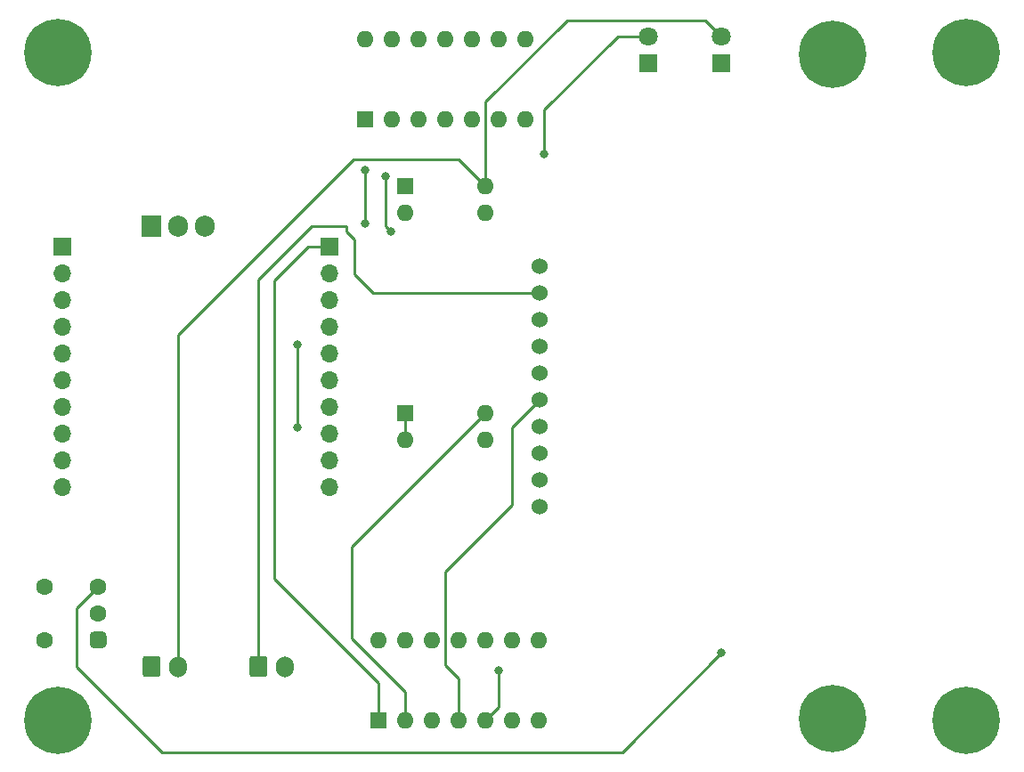
<source format=gbr>
%TF.GenerationSoftware,KiCad,Pcbnew,(5.1.9)-1*%
%TF.CreationDate,2022-07-08T17:52:16+09:00*%
%TF.ProjectId,Receiver,52656365-6976-4657-922e-6b696361645f,rev?*%
%TF.SameCoordinates,Original*%
%TF.FileFunction,Copper,L1,Top*%
%TF.FilePolarity,Positive*%
%FSLAX46Y46*%
G04 Gerber Fmt 4.6, Leading zero omitted, Abs format (unit mm)*
G04 Created by KiCad (PCBNEW (5.1.9)-1) date 2022-07-08 17:52:16*
%MOMM*%
%LPD*%
G01*
G04 APERTURE LIST*
%TA.AperFunction,ComponentPad*%
%ADD10C,6.400000*%
%TD*%
%TA.AperFunction,ComponentPad*%
%ADD11C,0.800000*%
%TD*%
%TA.AperFunction,ComponentPad*%
%ADD12R,1.700000X1.700000*%
%TD*%
%TA.AperFunction,ComponentPad*%
%ADD13O,1.700000X1.700000*%
%TD*%
%TA.AperFunction,ComponentPad*%
%ADD14O,1.700000X2.000000*%
%TD*%
%TA.AperFunction,ComponentPad*%
%ADD15R,1.600000X1.600000*%
%TD*%
%TA.AperFunction,ComponentPad*%
%ADD16O,1.600000X1.600000*%
%TD*%
%TA.AperFunction,ComponentPad*%
%ADD17R,1.800000X1.800000*%
%TD*%
%TA.AperFunction,ComponentPad*%
%ADD18C,1.800000*%
%TD*%
%TA.AperFunction,ComponentPad*%
%ADD19C,1.524000*%
%TD*%
%TA.AperFunction,ComponentPad*%
%ADD20R,1.905000X2.000000*%
%TD*%
%TA.AperFunction,ComponentPad*%
%ADD21O,1.905000X2.000000*%
%TD*%
%TA.AperFunction,ComponentPad*%
%ADD22C,1.600000*%
%TD*%
%TA.AperFunction,ViaPad*%
%ADD23C,0.800000*%
%TD*%
%TA.AperFunction,Conductor*%
%ADD24C,0.250000*%
%TD*%
G04 APERTURE END LIST*
D10*
%TO.P,REF\u002A\u002A,1*%
%TO.N,N/C*%
X177749200Y-148437600D03*
D11*
X180149200Y-148437600D03*
X179446256Y-150134656D03*
X177749200Y-150837600D03*
X176052144Y-150134656D03*
X175349200Y-148437600D03*
X176052144Y-146740544D03*
X177749200Y-146037600D03*
X179446256Y-146740544D03*
%TD*%
%TO.P,REF\u002A\u002A,1*%
%TO.N,N/C*%
X179497056Y-83596144D03*
X177800000Y-82893200D03*
X176102944Y-83596144D03*
X175400000Y-85293200D03*
X176102944Y-86990256D03*
X177800000Y-87693200D03*
X179497056Y-86990256D03*
X180200000Y-85293200D03*
D10*
X177800000Y-85293200D03*
%TD*%
D12*
%TO.P,J3,1*%
%TO.N,N/C*%
X104540000Y-103580000D03*
D13*
%TO.P,J3,2*%
X104540000Y-106120000D03*
%TO.P,J3,3*%
X104540000Y-108660000D03*
%TO.P,J3,4*%
X104540000Y-111200000D03*
%TO.P,J3,5*%
X104540000Y-113740000D03*
%TO.P,J3,6*%
X104540000Y-116280000D03*
%TO.P,J3,7*%
X104540000Y-118820000D03*
%TO.P,J3,8*%
X104540000Y-121360000D03*
%TO.P,J3,9*%
%TO.N,+3V3*%
X104540000Y-123900000D03*
%TO.P,J3,10*%
%TO.N,N/C*%
X104540000Y-126440000D03*
%TD*%
%TO.P,J4,10*%
%TO.N,N/C*%
X129940000Y-126440000D03*
%TO.P,J4,9*%
%TO.N,GND*%
X129940000Y-123900000D03*
%TO.P,J4,8*%
%TO.N,N/C*%
X129940000Y-121360000D03*
%TO.P,J4,7*%
X129940000Y-118820000D03*
%TO.P,J4,6*%
X129940000Y-116280000D03*
%TO.P,J4,5*%
X129940000Y-113740000D03*
%TO.P,J4,4*%
X129940000Y-111200000D03*
%TO.P,J4,3*%
X129940000Y-108660000D03*
%TO.P,J4,2*%
X129940000Y-106120000D03*
D12*
%TO.P,J4,1*%
%TO.N,OUT1*%
X129940000Y-103580000D03*
%TD*%
%TO.P,J5,1*%
%TO.N,+5V*%
%TA.AperFunction,ComponentPad*%
G36*
G01*
X122340000Y-144260000D02*
X122340000Y-142760000D01*
G75*
G02*
X122590000Y-142510000I250000J0D01*
G01*
X123790000Y-142510000D01*
G75*
G02*
X124040000Y-142760000I0J-250000D01*
G01*
X124040000Y-144260000D01*
G75*
G02*
X123790000Y-144510000I-250000J0D01*
G01*
X122590000Y-144510000D01*
G75*
G02*
X122340000Y-144260000I0J250000D01*
G01*
G37*
%TD.AperFunction*%
D14*
%TO.P,J5,2*%
%TO.N,GND*%
X125690000Y-143510000D03*
%TD*%
%TO.P,J6,1*%
%TO.N,Net-(J6-Pad1)*%
%TA.AperFunction,ComponentPad*%
G36*
G01*
X112180000Y-144260000D02*
X112180000Y-142760000D01*
G75*
G02*
X112430000Y-142510000I250000J0D01*
G01*
X113630000Y-142510000D01*
G75*
G02*
X113880000Y-142760000I0J-250000D01*
G01*
X113880000Y-144260000D01*
G75*
G02*
X113630000Y-144510000I-250000J0D01*
G01*
X112430000Y-144510000D01*
G75*
G02*
X112180000Y-144260000I0J250000D01*
G01*
G37*
%TD.AperFunction*%
%TO.P,J6,2*%
%TO.N,Net-(D2-Pad2)*%
X115530000Y-143510000D03*
%TD*%
D15*
%TO.P,U1,1*%
%TO.N,OUT*%
X137160000Y-97790000D03*
D16*
%TO.P,U1,3*%
%TO.N,Net-(D1-Pad2)*%
X144780000Y-100330000D03*
%TO.P,U1,2*%
%TO.N,GND*%
X137160000Y-100330000D03*
%TO.P,U1,4*%
%TO.N,Net-(D2-Pad2)*%
X144780000Y-97790000D03*
%TD*%
D17*
%TO.P,D1,1*%
%TO.N,Net-(D1-Pad1)*%
X160220000Y-86120000D03*
D18*
%TO.P,D1,2*%
%TO.N,Net-(D1-Pad2)*%
X160220000Y-83580000D03*
%TD*%
%TO.P,D2,2*%
%TO.N,Net-(D2-Pad2)*%
X167220000Y-83580000D03*
D17*
%TO.P,D2,1*%
%TO.N,Net-(D2-Pad1)*%
X167220000Y-86120000D03*
%TD*%
D10*
%TO.P,H1,1*%
%TO.N,N/C*%
X104140000Y-85090000D03*
D11*
X106540000Y-85090000D03*
X105837056Y-86787056D03*
X104140000Y-87490000D03*
X102442944Y-86787056D03*
X101740000Y-85090000D03*
X102442944Y-83392944D03*
X104140000Y-82690000D03*
X105837056Y-83392944D03*
%TD*%
%TO.P,H2,1*%
%TO.N,N/C*%
X105837056Y-146892944D03*
X104140000Y-146190000D03*
X102442944Y-146892944D03*
X101740000Y-148590000D03*
X102442944Y-150287056D03*
X104140000Y-150990000D03*
X105837056Y-150287056D03*
X106540000Y-148590000D03*
D10*
X104140000Y-148590000D03*
%TD*%
%TO.P,H3,1*%
%TO.N,N/C*%
X190500000Y-148590000D03*
D11*
X192900000Y-148590000D03*
X192197056Y-150287056D03*
X190500000Y-150990000D03*
X188802944Y-150287056D03*
X188100000Y-148590000D03*
X188802944Y-146892944D03*
X190500000Y-146190000D03*
X192197056Y-146892944D03*
%TD*%
%TO.P,H4,1*%
%TO.N,N/C*%
X192197056Y-83392944D03*
X190500000Y-82690000D03*
X188802944Y-83392944D03*
X188100000Y-85090000D03*
X188802944Y-86787056D03*
X190500000Y-87490000D03*
X192197056Y-86787056D03*
X192900000Y-85090000D03*
D10*
X190500000Y-85090000D03*
%TD*%
D15*
%TO.P,SW2,1*%
%TO.N,+3V3*%
X137160000Y-119380000D03*
D16*
%TO.P,SW2,3*%
%TO.N,OUT4*%
X144780000Y-121920000D03*
%TO.P,SW2,2*%
%TO.N,+3V3*%
X137160000Y-121920000D03*
%TO.P,SW2,4*%
%TO.N,OUT3*%
X144780000Y-119380000D03*
%TD*%
D19*
%TO.P,U2,4*%
%TO.N,N/C*%
X149936200Y-113055400D03*
%TO.P,U2,5*%
X149936200Y-115595400D03*
%TO.P,U2,6*%
%TO.N,OUT2*%
X149936200Y-118135400D03*
%TO.P,U2,7*%
%TO.N,N/C*%
X149936200Y-120675400D03*
%TO.P,U2,8*%
X149936200Y-123215400D03*
%TO.P,U2,9*%
X149936200Y-125755400D03*
%TO.P,U2,10*%
X149936200Y-128295400D03*
%TO.P,U2,3*%
X149936200Y-110515400D03*
%TO.P,U2,2*%
%TO.N,+5V*%
X149936200Y-107975400D03*
%TO.P,U2,1*%
%TO.N,GND*%
X149936200Y-105435400D03*
%TD*%
D20*
%TO.P,U3,1*%
%TO.N,+5V*%
X113030000Y-101600000D03*
D21*
%TO.P,U3,2*%
%TO.N,+3V3*%
X115570000Y-101600000D03*
%TO.P,U3,3*%
%TO.N,GND*%
X118110000Y-101600000D03*
%TD*%
D15*
%TO.P,U4,1*%
%TO.N,OUT1*%
X134620000Y-148590000D03*
D16*
%TO.P,U4,8*%
%TO.N,N/C*%
X149860000Y-140970000D03*
%TO.P,U4,2*%
%TO.N,OUT3*%
X137160000Y-148590000D03*
%TO.P,U4,9*%
%TO.N,N/C*%
X147320000Y-140970000D03*
%TO.P,U4,3*%
%TO.N,OUT5*%
X139700000Y-148590000D03*
%TO.P,U4,10*%
%TO.N,N/C*%
X144780000Y-140970000D03*
%TO.P,U4,4*%
%TO.N,OUT2*%
X142240000Y-148590000D03*
%TO.P,U4,11*%
%TO.N,N/C*%
X142240000Y-140970000D03*
%TO.P,U4,5*%
%TO.N,OUT4*%
X144780000Y-148590000D03*
%TO.P,U4,12*%
%TO.N,N/C*%
X139700000Y-140970000D03*
%TO.P,U4,6*%
%TO.N,OUT6*%
X147320000Y-148590000D03*
%TO.P,U4,13*%
%TO.N,N/C*%
X137160000Y-140970000D03*
%TO.P,U4,7*%
X149860000Y-148590000D03*
%TO.P,U4,14*%
%TO.N,+5V*%
X134620000Y-140970000D03*
%TD*%
%TO.P,U5,14*%
%TO.N,+5V*%
X133350000Y-83820000D03*
%TO.P,U5,7*%
%TO.N,N/C*%
X148590000Y-91440000D03*
%TO.P,U5,13*%
X135890000Y-83820000D03*
%TO.P,U5,6*%
X146050000Y-91440000D03*
%TO.P,U5,12*%
X138430000Y-83820000D03*
%TO.P,U5,5*%
X143510000Y-91440000D03*
%TO.P,U5,11*%
X140970000Y-83820000D03*
%TO.P,U5,4*%
X140970000Y-91440000D03*
%TO.P,U5,10*%
X143510000Y-83820000D03*
%TO.P,U5,3*%
%TO.N,OUT*%
X138430000Y-91440000D03*
%TO.P,U5,9*%
%TO.N,N/C*%
X146050000Y-83820000D03*
%TO.P,U5,2*%
%TO.N,OUT6*%
X135890000Y-91440000D03*
%TO.P,U5,8*%
%TO.N,N/C*%
X148590000Y-83820000D03*
D15*
%TO.P,U5,1*%
%TO.N,OUT5*%
X133350000Y-91440000D03*
%TD*%
D22*
%TO.P,SW1,*%
%TO.N,*%
X102870000Y-135890000D03*
X102870000Y-140970000D03*
%TO.P,SW1,1*%
%TO.N,Net-(D1-Pad1)*%
%TA.AperFunction,ComponentPad*%
G36*
G01*
X107150000Y-141370000D02*
X107150000Y-140570000D01*
G75*
G02*
X107550000Y-140170000I400000J0D01*
G01*
X108350000Y-140170000D01*
G75*
G02*
X108750000Y-140570000I0J-400000D01*
G01*
X108750000Y-141370000D01*
G75*
G02*
X108350000Y-141770000I-400000J0D01*
G01*
X107550000Y-141770000D01*
G75*
G02*
X107150000Y-141370000I0J400000D01*
G01*
G37*
%TD.AperFunction*%
%TO.P,SW1,2*%
%TO.N,Net-(J6-Pad1)*%
X107950000Y-138430000D03*
%TO.P,SW1,3*%
%TO.N,Net-(D2-Pad1)*%
X107950000Y-135890000D03*
%TD*%
D23*
%TO.N,Net-(D1-Pad2)*%
X150368000Y-94742000D03*
%TO.N,Net-(D2-Pad1)*%
X167220000Y-142201000D03*
%TO.N,GND*%
X126873000Y-112903000D03*
X126873000Y-120777000D03*
%TO.N,OUT4*%
X146050000Y-143891000D03*
%TO.N,OUT5*%
X133350000Y-96266000D03*
X133350000Y-101346000D03*
%TO.N,OUT6*%
X135255000Y-96901000D03*
X135763000Y-102108000D03*
%TD*%
D24*
%TO.N,Net-(D1-Pad2)*%
X150368000Y-94742000D02*
X150368000Y-90551000D01*
X157339000Y-83580000D02*
X160220000Y-83580000D01*
X150368000Y-90551000D02*
X157339000Y-83580000D01*
%TO.N,Net-(D2-Pad1)*%
X105918000Y-137922000D02*
X107950000Y-135890000D01*
X114046000Y-151638000D02*
X105918000Y-143510000D01*
X157783000Y-151638000D02*
X114046000Y-151638000D01*
X105918000Y-143510000D02*
X105918000Y-137922000D01*
X167220000Y-142201000D02*
X157783000Y-151638000D01*
%TO.N,GND*%
X126873000Y-112903000D02*
X126873000Y-120777000D01*
X126873000Y-120777000D02*
X126873000Y-120777000D01*
%TO.N,Net-(D2-Pad2)*%
X165682000Y-82042000D02*
X167220000Y-83580000D01*
X152527000Y-82042000D02*
X165682000Y-82042000D01*
X144780000Y-89789000D02*
X152527000Y-82042000D01*
X144780000Y-97790000D02*
X144780000Y-89789000D01*
X142240000Y-95250000D02*
X144780000Y-97790000D01*
X132207000Y-95250000D02*
X142240000Y-95250000D01*
X115530000Y-111927000D02*
X132207000Y-95250000D01*
X115530000Y-143510000D02*
X115530000Y-111927000D01*
%TO.N,+5V*%
X123190000Y-106680000D02*
X123190000Y-143510000D01*
X128270000Y-101600000D02*
X123190000Y-106680000D01*
X131572000Y-101600000D02*
X131572000Y-102108000D01*
X131572000Y-101600000D02*
X128270000Y-101600000D01*
X131572000Y-102108000D02*
X132334000Y-102870000D01*
X132334000Y-102870000D02*
X132334000Y-106172000D01*
X134137400Y-107975400D02*
X141376400Y-107975400D01*
X132334000Y-106172000D02*
X134137400Y-107975400D01*
X149936200Y-107975400D02*
X141376400Y-107975400D01*
%TO.N,+3V3*%
X137160000Y-119380000D02*
X137160000Y-121920000D01*
%TO.N,OUT1*%
X129940000Y-103580000D02*
X127941000Y-103580000D01*
X124714000Y-106807000D02*
X124714000Y-135128000D01*
X127941000Y-103580000D02*
X124714000Y-106807000D01*
X134620000Y-145034000D02*
X134620000Y-148590000D01*
X124714000Y-135128000D02*
X134620000Y-145034000D01*
%TO.N,OUT4*%
X146050000Y-147320000D02*
X144780000Y-148590000D01*
X146050000Y-143891000D02*
X146050000Y-147320000D01*
%TO.N,OUT3*%
X137160000Y-148590000D02*
X137160000Y-145923000D01*
X137160000Y-145923000D02*
X132080000Y-140843000D01*
X132080000Y-132080000D02*
X132080000Y-140843000D01*
X144780000Y-119380000D02*
X132080000Y-132080000D01*
%TO.N,OUT2*%
X142240000Y-148590000D02*
X142240000Y-144653000D01*
X142240000Y-144653000D02*
X140970000Y-143383000D01*
X140970000Y-143383000D02*
X140970000Y-134493000D01*
X140970000Y-134493000D02*
X147320000Y-128143000D01*
X147320000Y-120751600D02*
X149936200Y-118135400D01*
X147320000Y-128143000D02*
X147320000Y-120751600D01*
%TO.N,OUT5*%
X133350000Y-96266000D02*
X133350000Y-101346000D01*
X133350000Y-101346000D02*
X133350000Y-101346000D01*
%TO.N,OUT6*%
X135255000Y-96901000D02*
X135255000Y-101600000D01*
X135255000Y-101600000D02*
X135763000Y-102108000D01*
X135763000Y-102108000D02*
X135763000Y-102108000D01*
%TD*%
M02*

</source>
